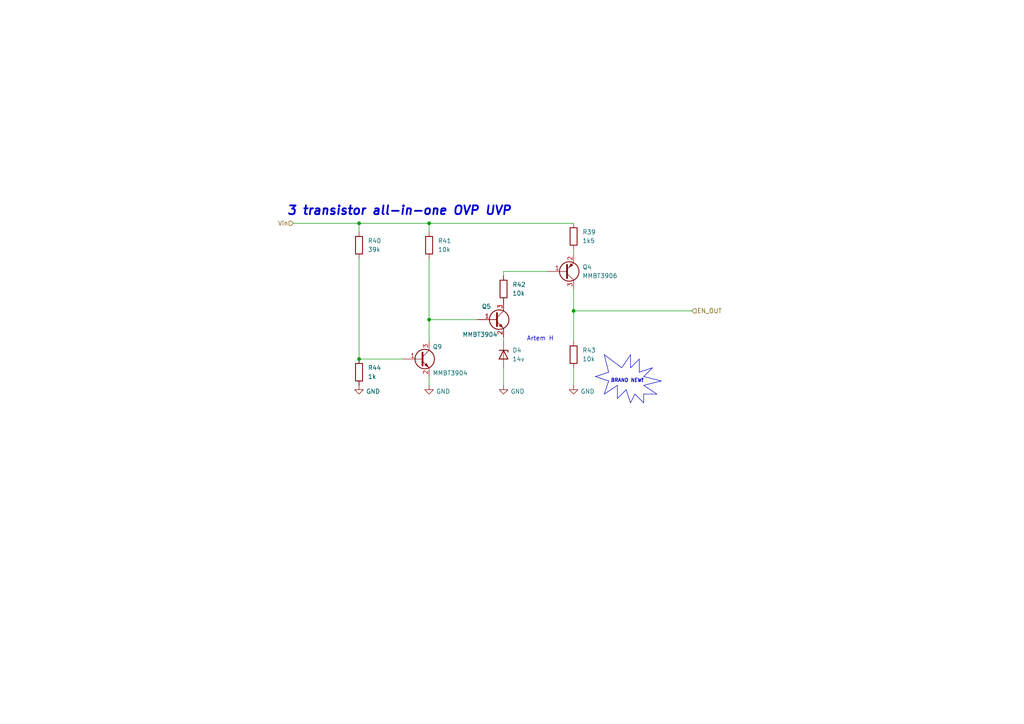
<source format=kicad_sch>
(kicad_sch (version 20231120) (generator "eeschema") (generator_version "8.0")
  (paper "A4")
  (title_block (date "2025-02-04") (rev "A") (company "Artem Horiunov") (comment 1 "DESIGNED IN POLAND"))
  (lib_symbols
    (symbol "Device:D_Zener" (pin_numbers hide) (pin_names (offset 1.016) hide)
      (property "Reference" "D" (at 0 2.54 0))
      (property "Value" "D_Zener" (at 0 -2.54 0))
      (symbol "D_Zener_0_1"
        (polyline (pts (xy 1.27 0) (xy -1.27 0)))
        (polyline (pts (xy -1.27 -1.27) (xy -1.27 1.27) (xy -0.762 1.27)) (stroke (width 0.254)))
        (polyline (pts (xy 1.27 -1.27) (xy 1.27 1.27) (xy -1.27 0) (xy 1.27 -1.27)) (stroke (width 0.254)))
      )
      (symbol "D_Zener_1_1"
        (pin passive line (at -3.81 0 0) (length 2.54) (name "K") (number "1"))
        (pin passive line (at 3.81 0 180) (length 2.54) (name "A") (number "2"))
      )
    )
    (symbol "Device:R" (pin_numbers hide) (pin_names (offset 0))
      (property "Reference" "R" (at 2.032 0 90))
      (property "Value" "R" (at 0 0 90))
      (symbol "R_0_1"
        (rectangle (start -1.016 -2.54) (end 1.016 2.54) (stroke (width 0.254)))
      )
      (symbol "R_1_1"
        (pin passive line (at 0 3.81 270) (length 1.27) (name "~") (number "1"))
        (pin passive line (at 0 -3.81 90) (length 1.27) (name "~") (number "2"))
      )
    )
    (symbol "Transistor_BJT:MMBT3904" (pin_names (offset 0) hide)
      (property "Reference" "Q" (at 5.08 1.905 0))
      (property "Value" "MMBT3904" (at 5.08 0 0))
      (symbol "MMBT3904_0_1"
        (polyline (pts (xy 0.635 0.635) (xy 2.54 2.54)))
        (polyline (pts (xy 0.635 -0.635) (xy 2.54 -2.54) (xy 2.54 -2.54)))
        (polyline (pts (xy 0.635 1.905) (xy 0.635 -1.905) (xy 0.635 -1.905)) (stroke (width 0.508)))
        (polyline (pts (xy 1.27 -1.778) (xy 1.778 -1.27) (xy 2.286 -2.286) (xy 1.27 -1.778) (xy 1.27 -1.778)) (fill (type outline)))
        (circle (center 1.27 0) (radius 2.8194) (stroke (width 0.254)))
      )
      (symbol "MMBT3904_1_1"
        (pin input line (at -5.08 0 0) (length 5.715) (name "B") (number "1"))
        (pin passive line (at 2.54 -5.08 90) (length 2.54) (name "E") (number "2"))
        (pin passive line (at 2.54 5.08 270) (length 2.54) (name "C") (number "3"))
      )
    )
    (symbol "Transistor_BJT:MMBT3906" (pin_names (offset 0) hide)
      (property "Reference" "Q" (at 5.08 1.905 0))
      (property "Value" "MMBT3906" (at 5.08 0 0))
      (symbol "MMBT3906_0_1"
        (polyline (pts (xy 0.635 0.635) (xy 2.54 2.54)))
        (polyline (pts (xy 0.635 -0.635) (xy 2.54 -2.54) (xy 2.54 -2.54)))
        (polyline (pts (xy 0.635 1.905) (xy 0.635 -1.905) (xy 0.635 -1.905)) (stroke (width 0.508)))
        (polyline (pts (xy 2.286 -1.778) (xy 1.778 -2.286) (xy 1.27 -1.27) (xy 2.286 -1.778) (xy 2.286 -1.778)) (fill (type outline)))
        (circle (center 1.27 0) (radius 2.8194) (stroke (width 0.254)))
      )
      (symbol "MMBT3906_1_1"
        (pin input line (at -5.08 0 0) (length 5.715) (name "B") (number "1"))
        (pin passive line (at 2.54 -5.08 90) (length 2.54) (name "E") (number "2"))
        (pin passive line (at 2.54 5.08 270) (length 2.54) (name "C") (number "3"))
      )
    )
    (symbol "power:GND" (power) (pin_numbers hide) (pin_names (offset 0) hide)
      (property "Value" "GND" (at 0 -3.81 0))
      (symbol "GND_0_1"
        (polyline (pts (xy 0 0) (xy 0 -1.27) (xy 1.27 -1.27) (xy 0 -2.54) (xy -1.27 -1.27) (xy 0 -1.27)))
      )
      (symbol "GND_1_1"
        (pin power_in line (at 0 0 270) (length 0) (name "~") (number "1"))
      )
    )
  )
  (junction (at 166.37 90.17))
  (junction (at 124.46 64.77))
  (junction (at 104.14 104.14))
  (junction (at 124.46 92.71))
  (junction (at 104.14 64.77))
  (wire (pts (xy 104.14 104.14) (xy 116.84 104.14)))
  (wire (pts (xy 124.46 92.71) (xy 124.46 99.06)))
  (wire (pts (xy 104.14 64.77) (xy 104.14 67.31)))
  (polyline (pts (xy 179.07 115.57) (xy 179.07 111.76)))
  (wire (pts (xy 146.05 97.79) (xy 146.05 99.06)))
  (polyline (pts (xy 189.23 106.68) (xy 186.69 109.22)))
  (wire (pts (xy 146.05 78.74) (xy 158.75 78.74)))
  (polyline (pts (xy 182.88 116.84) (xy 181.61 113.03)))
  (polyline (pts (xy 186.69 111.76) (xy 190.5 114.3)))
  (polyline (pts (xy 176.53 110.49) (xy 172.72 109.22)))
  (polyline (pts (xy 172.72 109.22) (xy 176.53 107.95)))
  (polyline (pts (xy 186.69 116.84) (xy 184.15 114.3)))
  (wire (pts (xy 166.37 72.39) (xy 166.37 73.66)))
  (polyline (pts (xy 181.61 113.03) (xy 179.07 115.57)))
  (wire (pts (xy 124.46 64.77) (xy 124.46 67.31)))
  (wire (pts (xy 166.37 90.17) (xy 166.37 99.06)))
  (polyline (pts (xy 182.88 102.87) (xy 182.88 106.68)))
  (polyline (pts (xy 185.42 104.14) (xy 185.42 107.95)))
  (polyline (pts (xy 184.15 114.3) (xy 182.88 116.84)))
  (wire (pts (xy 124.46 74.93) (xy 124.46 92.71)))
  (polyline (pts (xy 179.07 111.76) (xy 175.26 114.3)))
  (wire (pts (xy 104.14 74.93) (xy 104.14 104.14)))
  (wire (pts (xy 85.09 64.77) (xy 104.14 64.77)))
  (polyline (pts (xy 186.69 109.22) (xy 191.77 110.49)))
  (polyline (pts (xy 180.34 106.68) (xy 182.88 102.87)))
  (wire (pts (xy 124.46 64.77) (xy 166.37 64.77)))
  (wire (pts (xy 166.37 90.17) (xy 200.66 90.17)))
  (polyline (pts (xy 175.26 114.3) (xy 176.53 110.49)))
  (wire (pts (xy 146.05 106.68) (xy 146.05 111.76)))
  (polyline (pts (xy 191.77 110.49) (xy 186.69 111.76)))
  (polyline (pts (xy 190.5 114.3) (xy 186.69 114.3)))
  (polyline (pts (xy 176.53 107.95) (xy 175.26 102.87)))
  (wire (pts (xy 166.37 83.82) (xy 166.37 90.17)))
  (wire (pts (xy 104.14 64.77) (xy 124.46 64.77)))
  (polyline (pts (xy 185.42 107.95) (xy 189.23 106.68)))
  (wire (pts (xy 166.37 106.68) (xy 166.37 111.76)))
  (polyline (pts (xy 175.26 102.87) (xy 180.34 106.68)))
  (wire (pts (xy 146.05 78.74) (xy 146.05 80.01)))
  (wire (pts (xy 124.46 92.71) (xy 138.43 92.71)))
  (wire (pts (xy 124.46 109.22) (xy 124.46 111.76)))
  (polyline (pts (xy 186.69 114.3) (xy 186.69 116.84)))
  (polyline (pts (xy 182.88 106.68) (xy 185.42 104.14)))
  (text "BRAND NEW!" (at 181.864 110.49 0) (effects (font (size 1.016 1.016) (thickness 0.2032) (bold yes) (italic yes))))
  (text "Artem H" (at 156.718 98.298 0) (effects (font (size 1.27 1.27))))
  (text "3 transistor all-in-one OVP UVP" (at 115.824 61.214 0) (effects (font (size 2.54 2.54) (thickness 0.508) (bold yes) (italic yes))))
  (hierarchical_label "EN_OUT" (shape input) (at 200.66 90.17 0))
  (hierarchical_label "Vin" (shape input) (at 85.09 64.77 180))
  (symbol (lib_id "Device:D_Zener") (at 146.05 102.87 270) (unit 1)
    (property "Reference" "D4" (at 148.59 101.6 90) (effects (justify left)))
    (property "Value" "14v" (at 148.59 104.14 90) (effects (justify left)))
    (property "Footprint" "Diode_SMD:D_SOD-123" (effects (hide yes)))
    (property "Description" "Zener diode" (effects (hide yes)))
  )
  (symbol (lib_id "Device:R") (at 166.37 102.87 0) (unit 1)
    (property "Reference" "R43" (at 168.91 101.5999 0) (effects (justify left)))
    (property "Value" "10k" (at 168.91 104.1399 0) (effects (justify left)))
    (property "Footprint" "Resistor_SMD:R_0402_1005Metric" (effects (hide yes)))
    (property "Description" "Resistor" (effects (hide yes)))
  )
  (symbol (lib_id "Device:R") (at 166.37 68.58 0) (unit 1)
    (property "Reference" "R39" (at 168.91 67.3099 0) (effects (justify left)))
    (property "Value" "1k5" (at 168.91 69.8499 0) (effects (justify left)))
    (property "Footprint" "Resistor_SMD:R_0402_1005Metric" (effects (hide yes)))
    (property "Description" "Resistor" (effects (hide yes)))
  )
  (symbol (lib_id "Device:R") (at 146.05 83.82 0) (unit 1)
    (property "Reference" "R42" (at 148.59 82.5499 0) (effects (justify left)))
    (property "Value" "10k" (at 148.59 85.0899 0) (effects (justify left)))
    (property "Footprint" "Resistor_SMD:R_0402_1005Metric" (effects (hide yes)))
    (property "Description" "Resistor" (effects (hide yes)))
  )
  (symbol (lib_id "Transistor_BJT:MMBT3904") (at 121.92 104.14 0) (unit 1)
    (property "Reference" "Q9" (at 125.476 100.584 0) (effects (justify left)))
    (property "Value" "MMBT3904" (at 125.476 108.204 0) (effects (justify left)))
    (property "Footprint" "Package_TO_SOT_SMD:SOT-23" (effects (hide yes)))
    (property "Datasheet" "https://www.onsemi.com/pdf/datasheet/pzt3904-d.pdf" (effects (hide yes)))
    (property "Description" "0.2A Ic, 40V Vce, Small Signal NPN Transistor, SOT-23" (effects (hide yes)))
  )
  (symbol (lib_id "Transistor_BJT:MMBT3906") (at 163.83 78.74 0) (mirror x) (unit 1)
    (property "Reference" "Q4" (at 168.91 77.47 0) (effects (justify left)))
    (property "Value" "MMBT3906" (at 168.91 80.01 0) (effects (justify left)))
    (property "Footprint" "Package_TO_SOT_SMD:SOT-23" (effects (hide yes)))
    (property "Datasheet" "https://www.onsemi.com/pdf/datasheet/pzt3906-d.pdf" (effects (hide yes)))
    (property "Description" "-0.2A Ic, -40V Vce, Small Signal PNP Transistor, SOT-23" (effects (hide yes)))
  )
  (symbol (lib_id "Device:R") (at 104.14 71.12 0) (unit 1)
    (property "Reference" "R40" (at 106.68 69.8499 0) (effects (justify left)))
    (property "Value" "39k" (at 106.68 72.3899 0) (effects (justify left)))
    (property "Footprint" "Resistor_SMD:R_0402_1005Metric" (effects (hide yes)))
    (property "Description" "Resistor" (effects (hide yes)))
  )
  (symbol (lib_id "Device:R") (at 104.14 107.95 0) (unit 1)
    (property "Reference" "R44" (at 106.68 106.6799 0) (effects (justify left)))
    (property "Value" "1k" (at 106.68 109.2199 0) (effects (justify left)))
    (property "Footprint" "Resistor_SMD:R_0402_1005Metric" (effects (hide yes)))
    (property "Description" "Resistor" (effects (hide yes)))
  )
  (symbol (lib_id "Transistor_BJT:MMBT3904") (at 143.51 92.71 0) (unit 1)
    (property "Reference" "Q5" (at 139.7 88.9 0) (effects (justify left)))
    (property "Value" "MMBT3904" (at 134.112 97.028 0) (effects (justify left)))
    (property "Footprint" "Package_TO_SOT_SMD:SOT-23" (effects (hide yes)))
    (property "Datasheet" "https://www.onsemi.com/pdf/datasheet/pzt3904-d.pdf" (effects (hide yes)))
    (property "Description" "0.2A Ic, 40V Vce, Small Signal NPN Transistor, SOT-23" (effects (hide yes)))
  )
  (symbol (lib_id "power:GND") (at 104.14 111.76 0) (unit 1)
    (property "Reference" "#PWR0131" (effects (hide yes)))
    (property "Value" "GND" (at 108.204 113.538 0))
    (property "Description" "Power symbol creates a global label with name \"GND\" , ground" (effects (hide yes)))
  )
  (symbol (lib_id "Device:R") (at 124.46 71.12 0) (unit 1)
    (property "Reference" "R41" (at 127 69.8499 0) (effects (justify left)))
    (property "Value" "10k" (at 127 72.3899 0) (effects (justify left)))
    (property "Footprint" "Resistor_SMD:R_0402_1005Metric" (effects (hide yes)))
    (property "Description" "Resistor" (effects (hide yes)))
  )
  (symbol (lib_id "power:GND") (at 124.46 111.76 0) (unit 1)
    (property "Reference" "#PWR0132" (effects (hide yes)))
    (property "Value" "GND" (at 128.524 113.538 0))
    (property "Description" "Power symbol creates a global label with name \"GND\" , ground" (effects (hide yes)))
  )
  (symbol (lib_id "power:GND") (at 146.05 111.76 0) (unit 1)
    (property "Reference" "#PWR0133" (effects (hide yes)))
    (property "Value" "GND" (at 150.114 113.538 0))
    (property "Description" "Power symbol creates a global label with name \"GND\" , ground" (effects (hide yes)))
  )
  (symbol (lib_id "power:GND") (at 166.37 111.76 0) (unit 1)
    (property "Reference" "#PWR0134" (effects (hide yes)))
    (property "Value" "GND" (at 170.434 113.538 0))
    (property "Description" "Power symbol creates a global label with name \"GND\" , ground" (effects (hide yes)))
  )
)
</source>
